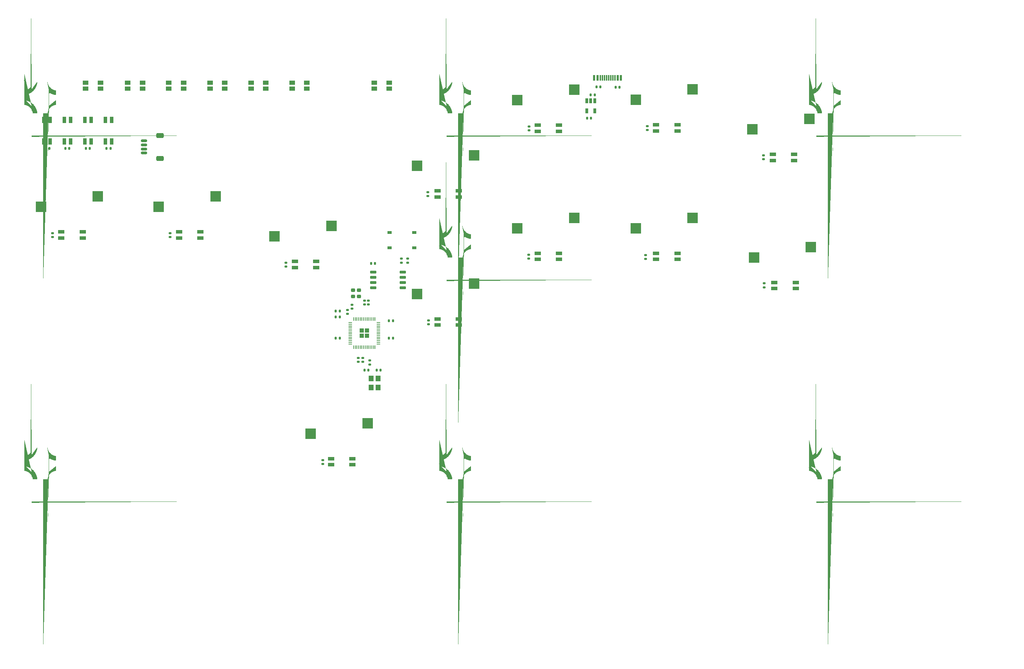
<source format=gbp>
G04 #@! TF.GenerationSoftware,KiCad,Pcbnew,(6.0.0)*
G04 #@! TF.CreationDate,2022-01-07T15:37:39-06:00*
G04 #@! TF.ProjectId,2.0,322e302e-6b69-4636-9164-5f7063625858,2.0*
G04 #@! TF.SameCoordinates,Original*
G04 #@! TF.FileFunction,Paste,Bot*
G04 #@! TF.FilePolarity,Positive*
%FSLAX46Y46*%
G04 Gerber Fmt 4.6, Leading zero omitted, Abs format (unit mm)*
G04 Created by KiCad (PCBNEW (6.0.0)) date 2022-01-07 15:37:39*
%MOMM*%
%LPD*%
G01*
G04 APERTURE LIST*
G04 Aperture macros list*
%AMRoundRect*
0 Rectangle with rounded corners*
0 $1 Rounding radius*
0 $2 $3 $4 $5 $6 $7 $8 $9 X,Y pos of 4 corners*
0 Add a 4 corners polygon primitive as box body*
4,1,4,$2,$3,$4,$5,$6,$7,$8,$9,$2,$3,0*
0 Add four circle primitives for the rounded corners*
1,1,$1+$1,$2,$3*
1,1,$1+$1,$4,$5*
1,1,$1+$1,$6,$7*
1,1,$1+$1,$8,$9*
0 Add four rect primitives between the rounded corners*
20,1,$1+$1,$2,$3,$4,$5,0*
20,1,$1+$1,$4,$5,$6,$7,0*
20,1,$1+$1,$6,$7,$8,$9,0*
20,1,$1+$1,$8,$9,$2,$3,0*%
%AMFreePoly0*
4,1,67,1.315140,1.797576,1.324491,1.796590,1.328053,1.793381,1.342819,1.788583,1.360717,1.763948,1.370405,1.755219,1.371785,1.748715,1.379146,1.738583,1.379146,1.714020,1.383232,1.694761,1.331829,1.362831,1.248483,1.037450,1.133980,0.721683,0.989399,0.418506,0.816103,0.130777,0.615724,-0.138793,0.390151,-0.387664,0.141510,-0.613490,-0.127856,-0.814143,-0.415408,-0.987732,
-0.718438,-1.132621,-1.034088,-1.247445,-1.359384,-1.331122,-1.691262,-1.382863,-1.708869,-1.379146,-1.738583,-1.379146,-1.750753,-1.370304,-1.751733,-1.370097,-1.753058,-1.368629,-1.788583,-1.342819,-1.807681,-1.284040,-1.807681,-0.377294,-1.804966,-0.368937,-1.806216,-0.360238,-1.795607,-0.340135,-1.788583,-0.318515,-1.781473,-0.313349,-1.777372,-0.305578,-1.756974,-0.295550,-1.738583,-0.282188,
-1.729795,-0.282188,-1.721909,-0.278311,-1.711100,-0.280182,-1.450995,-0.227145,-1.188915,-0.140896,-0.938669,-0.024699,-0.703666,0.119863,-0.487106,0.290822,-0.291941,0.485848,-0.120828,0.702286,0.023902,0.937186,0.140277,1.187350,0.226712,1.449368,0.279934,1.709434,0.278071,1.720245,0.282188,1.728604,0.282188,1.738583,0.297445,1.759582,0.305378,1.775690,0.311485,1.778907,
0.318515,1.788583,0.348103,1.798197,0.360058,1.804494,0.365199,1.803751,0.377294,1.807681,1.284040,1.807681,1.315140,1.797576,1.315140,1.797576,$1*%
%AMFreePoly1*
4,1,67,1.708869,1.379146,1.738583,1.379146,1.750753,1.370304,1.751733,1.370097,1.753058,1.368629,1.788583,1.342819,1.807681,1.284040,1.807681,0.377294,1.804966,0.368937,1.806216,0.360238,1.795607,0.340135,1.788583,0.318515,1.781473,0.313349,1.777372,0.305578,1.756974,0.295550,1.738583,0.282188,1.729795,0.282188,1.721909,0.278311,1.711100,0.280182,1.450995,0.227145,
1.188915,0.140896,0.938669,0.024699,0.703666,-0.119863,0.487106,-0.290822,0.291941,-0.485848,0.120828,-0.702286,-0.023902,-0.937186,-0.140277,-1.187350,-0.226712,-1.449368,-0.279934,-1.709434,-0.278071,-1.720245,-0.282188,-1.728604,-0.282188,-1.738583,-0.297445,-1.759582,-0.305378,-1.775690,-0.311485,-1.778907,-0.318515,-1.788583,-0.348103,-1.798197,-0.360058,-1.804494,-0.365199,-1.803751,
-0.377294,-1.807681,-1.284040,-1.807681,-1.315140,-1.797576,-1.324491,-1.796590,-1.328053,-1.793381,-1.342819,-1.788583,-1.360717,-1.763948,-1.370405,-1.755219,-1.371785,-1.748715,-1.379146,-1.738583,-1.379146,-1.714020,-1.383232,-1.694761,-1.331829,-1.362831,-1.248483,-1.037450,-1.133980,-0.721683,-0.989399,-0.418506,-0.816103,-0.130777,-0.615724,0.138793,-0.390151,0.387664,-0.141510,0.613490,
0.127856,0.814143,0.415408,0.987732,0.718438,1.132621,1.034088,1.247445,1.359384,1.331122,1.691262,1.382863,1.708869,1.379146,1.708869,1.379146,$1*%
%AMFreePoly2*
4,1,67,-1.362831,1.331829,-1.037450,1.248483,-0.721683,1.133980,-0.418506,0.989399,-0.130777,0.816103,0.138793,0.615724,0.387664,0.390151,0.613490,0.141510,0.814143,-0.127856,0.987732,-0.415408,1.132621,-0.718438,1.247445,-1.034088,1.331122,-1.359384,1.382863,-1.691262,1.379146,-1.708869,1.379146,-1.738583,1.370304,-1.750753,1.370097,-1.751733,1.368629,-1.753058,1.342819,-1.788583,
1.284040,-1.807681,0.377294,-1.807681,0.368937,-1.804966,0.360238,-1.806216,0.340135,-1.795607,0.318515,-1.788583,0.313349,-1.781473,0.305578,-1.777372,0.295550,-1.756974,0.282188,-1.738583,0.282188,-1.729795,0.278311,-1.721909,0.280182,-1.711100,0.227145,-1.450995,0.140896,-1.188915,0.024699,-0.938669,-0.119863,-0.703666,-0.290822,-0.487106,-0.485848,-0.291941,-0.702286,-0.120828,
-0.937186,0.023902,-1.187350,0.140277,-1.449368,0.226712,-1.709434,0.279934,-1.720245,0.278071,-1.728604,0.282188,-1.738583,0.282188,-1.759582,0.297445,-1.775690,0.305378,-1.778907,0.311485,-1.788583,0.318515,-1.798197,0.348103,-1.804494,0.360058,-1.803751,0.365199,-1.807681,0.377294,-1.807681,1.284040,-1.797576,1.315140,-1.796590,1.324491,-1.793381,1.328053,-1.788583,1.342819,
-1.763948,1.360717,-1.755219,1.370405,-1.748715,1.371785,-1.738583,1.379146,-1.714020,1.379146,-1.694761,1.383232,-1.362831,1.331829,-1.362831,1.331829,$1*%
%AMFreePoly3*
4,1,67,-0.368937,1.804966,-0.360238,1.806216,-0.340135,1.795607,-0.318515,1.788583,-0.313349,1.781473,-0.305578,1.777372,-0.295550,1.756974,-0.282188,1.738583,-0.282188,1.729795,-0.278311,1.721909,-0.280182,1.711100,-0.227145,1.450995,-0.140896,1.188915,-0.024699,0.938669,0.119863,0.703666,0.290822,0.487106,0.485848,0.291941,0.702286,0.120828,0.937186,-0.023902,1.187350,-0.140277,
1.449368,-0.226712,1.709434,-0.279934,1.720245,-0.278071,1.728604,-0.282188,1.738583,-0.282188,1.759582,-0.297445,1.775690,-0.305378,1.778907,-0.311485,1.788583,-0.318515,1.798197,-0.348103,1.804494,-0.360058,1.803751,-0.365199,1.807681,-0.377294,1.807681,-1.284040,1.797576,-1.315140,1.796590,-1.324491,1.793381,-1.328053,1.788583,-1.342819,1.763948,-1.360717,1.755219,-1.370405,
1.748715,-1.371785,1.738583,-1.379146,1.714020,-1.379146,1.694761,-1.383232,1.362831,-1.331829,1.037450,-1.248483,0.721683,-1.133980,0.418506,-0.989399,0.130777,-0.816103,-0.138793,-0.615724,-0.387664,-0.390151,-0.613490,-0.141510,-0.814143,0.127856,-0.987732,0.415408,-1.132621,0.718438,-1.247445,1.034088,-1.331122,1.359384,-1.382863,1.691262,-1.379146,1.708869,-1.379146,1.738583,
-1.370304,1.750753,-1.370097,1.751733,-1.368629,1.753058,-1.342819,1.788583,-1.284040,1.807681,-0.377294,1.807681,-0.368937,1.804966,-0.368937,1.804966,$1*%
G04 Aperture macros list end*
%ADD10RoundRect,0.082000X0.718000X-0.328000X0.718000X0.328000X-0.718000X0.328000X-0.718000X-0.328000X0*%
%ADD11R,2.550000X2.500000*%
%ADD12RoundRect,0.082000X-0.328000X-0.718000X0.328000X-0.718000X0.328000X0.718000X-0.328000X0.718000X0*%
%ADD13RoundRect,0.140000X-0.140000X-0.170000X0.140000X-0.170000X0.140000X0.170000X-0.140000X0.170000X0*%
%ADD14RoundRect,0.147500X0.172500X-0.147500X0.172500X0.147500X-0.172500X0.147500X-0.172500X-0.147500X0*%
%ADD15RoundRect,0.147500X-0.147500X-0.172500X0.147500X-0.172500X0.147500X0.172500X-0.147500X0.172500X0*%
%ADD16RoundRect,0.147500X-0.172500X0.147500X-0.172500X-0.147500X0.172500X-0.147500X0.172500X0.147500X0*%
%ADD17RoundRect,0.150000X0.650000X0.150000X-0.650000X0.150000X-0.650000X-0.150000X0.650000X-0.150000X0*%
%ADD18RoundRect,0.147500X0.147500X0.172500X-0.147500X0.172500X-0.147500X-0.172500X0.147500X-0.172500X0*%
%ADD19RoundRect,0.225000X-0.250000X0.225000X-0.250000X-0.225000X0.250000X-0.225000X0.250000X0.225000X0*%
%ADD20RoundRect,0.140000X0.140000X0.170000X-0.140000X0.170000X-0.140000X-0.170000X0.140000X-0.170000X0*%
%ADD21RoundRect,0.250000X0.292217X0.292217X-0.292217X0.292217X-0.292217X-0.292217X0.292217X-0.292217X0*%
%ADD22RoundRect,0.050000X0.387500X0.050000X-0.387500X0.050000X-0.387500X-0.050000X0.387500X-0.050000X0*%
%ADD23RoundRect,0.050000X0.050000X0.387500X-0.050000X0.387500X-0.050000X-0.387500X0.050000X-0.387500X0*%
%ADD24RoundRect,0.140000X0.170000X-0.140000X0.170000X0.140000X-0.170000X0.140000X-0.170000X-0.140000X0*%
%ADD25FreePoly0,180.000000*%
%ADD26FreePoly1,180.000000*%
%ADD27FreePoly2,180.000000*%
%ADD28FreePoly3,180.000000*%
%ADD29R,1.400000X1.050000*%
%ADD30R,1.000000X0.750000*%
%ADD31RoundRect,0.052000X-0.273000X0.558000X-0.273000X-0.558000X0.273000X-0.558000X0.273000X0.558000X0*%
%ADD32RoundRect,0.150000X-0.625000X0.150000X-0.625000X-0.150000X0.625000X-0.150000X0.625000X0.150000X0*%
%ADD33RoundRect,0.250000X-0.650000X0.350000X-0.650000X-0.350000X0.650000X-0.350000X0.650000X0.350000X0*%
%ADD34R,0.600000X1.450000*%
%ADD35R,0.300000X1.450000*%
%ADD36R,1.200000X1.400000*%
G04 APERTURE END LIST*
D10*
G04 #@! TO.C,D7*
X242885000Y-84510001D03*
X242885000Y-83010001D03*
X237685000Y-83010001D03*
X237685000Y-84510001D03*
G04 #@! TD*
G04 #@! TO.C,D4*
X97955000Y-72210001D03*
X97955000Y-70710001D03*
X92755000Y-70710001D03*
X92755000Y-72210001D03*
G04 #@! TD*
G04 #@! TO.C,D1*
X160885000Y-93410001D03*
X160885000Y-91910001D03*
X155685000Y-91910001D03*
X155685000Y-93410001D03*
G04 #@! TD*
D11*
G04 #@! TO.C,SW14*
X217775000Y-67280000D03*
X203925000Y-69820000D03*
G04 #@! TD*
D10*
G04 #@! TO.C,D2*
X69320000Y-72210001D03*
X69320000Y-70710001D03*
X64120000Y-70710001D03*
X64120000Y-72210001D03*
G04 #@! TD*
D11*
G04 #@! TO.C,SW20*
X138680000Y-117310000D03*
X124830000Y-119850000D03*
G04 #@! TD*
D10*
G04 #@! TO.C,D12*
X185285000Y-46210001D03*
X185285000Y-44710001D03*
X180085000Y-44710001D03*
X180085000Y-46210001D03*
G04 #@! TD*
D12*
G04 #@! TO.C,D15*
X74879999Y-48660000D03*
X76379999Y-48660000D03*
X76379999Y-43460000D03*
X74879999Y-43460000D03*
G04 #@! TD*
D10*
G04 #@! TO.C,D14*
X214085000Y-46110001D03*
X214085000Y-44610001D03*
X208885000Y-44610001D03*
X208885000Y-46110001D03*
G04 #@! TD*
D11*
G04 #@! TO.C,SW2*
X164575000Y-52080000D03*
X150725000Y-54620000D03*
G04 #@! TD*
G04 #@! TO.C,SW18*
X246575000Y-74380000D03*
X232725000Y-76920000D03*
G04 #@! TD*
G04 #@! TO.C,SW4*
X164575000Y-83280000D03*
X150725000Y-85820000D03*
G04 #@! TD*
G04 #@! TO.C,SW12*
X129880000Y-69280000D03*
X116030000Y-71820000D03*
G04 #@! TD*
G04 #@! TO.C,SW7*
X101645000Y-62080000D03*
X87795000Y-64620000D03*
G04 #@! TD*
D10*
G04 #@! TO.C,D8*
X134990000Y-127440001D03*
X134990000Y-125940001D03*
X129790000Y-125940001D03*
X129790000Y-127440001D03*
G04 #@! TD*
G04 #@! TO.C,D5*
X214085000Y-77410001D03*
X214085000Y-75910001D03*
X208885000Y-75910001D03*
X208885000Y-77410001D03*
G04 #@! TD*
G04 #@! TO.C,D3*
X185285000Y-77410001D03*
X185285000Y-75910001D03*
X180085000Y-75910001D03*
X180085000Y-77410001D03*
G04 #@! TD*
D11*
G04 #@! TO.C,SW3*
X73010000Y-62080000D03*
X59160000Y-64620000D03*
G04 #@! TD*
D10*
G04 #@! TO.C,D6*
X126190000Y-79410001D03*
X126190000Y-77910001D03*
X120990000Y-77910001D03*
X120990000Y-79410001D03*
G04 #@! TD*
D11*
G04 #@! TO.C,SW8*
X188975000Y-36080000D03*
X175125000Y-38620000D03*
G04 #@! TD*
D10*
G04 #@! TO.C,D10*
X160885000Y-62210001D03*
X160885000Y-60710001D03*
X155685000Y-60710001D03*
X155685000Y-62210001D03*
G04 #@! TD*
G04 #@! TO.C,D16*
X242485000Y-53310001D03*
X242485000Y-51810001D03*
X237285000Y-51810001D03*
X237285000Y-53310001D03*
G04 #@! TD*
D12*
G04 #@! TO.C,D11*
X64879999Y-48660000D03*
X66379999Y-48660000D03*
X66379999Y-43460000D03*
X64879999Y-43460000D03*
G04 #@! TD*
D11*
G04 #@! TO.C,SW17*
X246175000Y-43180000D03*
X232325000Y-45720000D03*
G04 #@! TD*
D12*
G04 #@! TO.C,D13*
X69879999Y-48660000D03*
X71379999Y-48660000D03*
X71379999Y-43460000D03*
X69879999Y-43460000D03*
G04 #@! TD*
G04 #@! TO.C,D9*
X59879999Y-48660000D03*
X61379999Y-48660000D03*
X61379999Y-43460000D03*
X59879999Y-43460000D03*
G04 #@! TD*
D11*
G04 #@! TO.C,SW13*
X217775000Y-35980000D03*
X203925000Y-38520000D03*
G04 #@! TD*
G04 #@! TO.C,SW9*
X188975000Y-67280000D03*
X175125000Y-69820000D03*
G04 #@! TD*
D13*
G04 #@! TO.C,C4*
X192090000Y-43000000D03*
X193050000Y-43000000D03*
G04 #@! TD*
D14*
G04 #@! TO.C,C10*
X133790000Y-90700000D03*
X133790000Y-89730000D03*
G04 #@! TD*
G04 #@! TO.C,C8*
X134880000Y-89400000D03*
X134880000Y-88430000D03*
G04 #@! TD*
D15*
G04 #@! TO.C,C13*
X143880000Y-96600000D03*
X144850000Y-96600000D03*
G04 #@! TD*
G04 #@! TO.C,C5*
X139530000Y-78400000D03*
X140500000Y-78400000D03*
G04 #@! TD*
D16*
G04 #@! TO.C,R2*
X148380000Y-77230000D03*
X148380000Y-78200000D03*
G04 #@! TD*
D17*
G04 #@! TO.C,U2*
X147200000Y-80495000D03*
X147200000Y-81765000D03*
X147200000Y-83035000D03*
X147200000Y-84305000D03*
X140000000Y-84305000D03*
X140000000Y-83035000D03*
X140000000Y-81765000D03*
X140000000Y-80495000D03*
G04 #@! TD*
D18*
G04 #@! TO.C,C3*
X138880000Y-104400000D03*
X137910000Y-104400000D03*
G04 #@! TD*
D14*
G04 #@! TO.C,R1*
X146880000Y-78200000D03*
X146880000Y-77230000D03*
G04 #@! TD*
G04 #@! TO.C,C9*
X137880000Y-88400000D03*
X137880000Y-87430000D03*
G04 #@! TD*
D18*
G04 #@! TO.C,C12*
X131880000Y-96600000D03*
X130910000Y-96600000D03*
G04 #@! TD*
D16*
G04 #@! TO.C,C14*
X137499000Y-101400000D03*
X137499000Y-102370000D03*
G04 #@! TD*
D19*
G04 #@! TO.C,R3*
X136590000Y-84925000D03*
X136590000Y-86475000D03*
G04 #@! TD*
D16*
G04 #@! TO.C,C7*
X136380000Y-101400000D03*
X136380000Y-102370000D03*
G04 #@! TD*
D20*
G04 #@! TO.C,C1*
X193950000Y-37300000D03*
X192990000Y-37300000D03*
G04 #@! TD*
D15*
G04 #@! TO.C,C11*
X143880000Y-92400000D03*
X144850000Y-92400000D03*
G04 #@! TD*
D18*
G04 #@! TO.C,C16*
X131880000Y-90000000D03*
X130910000Y-90000000D03*
G04 #@! TD*
D21*
G04 #@! TO.C,U3*
X137242500Y-96037500D03*
X138517500Y-96037500D03*
X138517500Y-94762500D03*
X137242500Y-94762500D03*
D22*
X141317500Y-92800000D03*
X141317500Y-93200000D03*
X141317500Y-93600000D03*
X141317500Y-94000000D03*
X141317500Y-94400000D03*
X141317500Y-94800000D03*
X141317500Y-95200000D03*
X141317500Y-95600000D03*
X141317500Y-96000000D03*
X141317500Y-96400000D03*
X141317500Y-96800000D03*
X141317500Y-97200000D03*
X141317500Y-97600000D03*
X141317500Y-98000000D03*
D23*
X140480000Y-98837500D03*
X140080000Y-98837500D03*
X139680000Y-98837500D03*
X139280000Y-98837500D03*
X138880000Y-98837500D03*
X138480000Y-98837500D03*
X138080000Y-98837500D03*
X137680000Y-98837500D03*
X137280000Y-98837500D03*
X136880000Y-98837500D03*
X136480000Y-98837500D03*
X136080000Y-98837500D03*
X135680000Y-98837500D03*
X135280000Y-98837500D03*
D22*
X134442500Y-98000000D03*
X134442500Y-97600000D03*
X134442500Y-97200000D03*
X134442500Y-96800000D03*
X134442500Y-96400000D03*
X134442500Y-96000000D03*
X134442500Y-95600000D03*
X134442500Y-95200000D03*
X134442500Y-94800000D03*
X134442500Y-94400000D03*
X134442500Y-94000000D03*
X134442500Y-93600000D03*
X134442500Y-93200000D03*
X134442500Y-92800000D03*
D23*
X135280000Y-91962500D03*
X135680000Y-91962500D03*
X136080000Y-91962500D03*
X136480000Y-91962500D03*
X136880000Y-91962500D03*
X137280000Y-91962500D03*
X137680000Y-91962500D03*
X138080000Y-91962500D03*
X138480000Y-91962500D03*
X138880000Y-91962500D03*
X139280000Y-91962500D03*
X139680000Y-91962500D03*
X140080000Y-91962500D03*
X140480000Y-91962500D03*
G04 #@! TD*
D15*
G04 #@! TO.C,C2*
X140880000Y-104400000D03*
X141850000Y-104400000D03*
G04 #@! TD*
D19*
G04 #@! TO.C,R4*
X135090000Y-84925000D03*
X135090000Y-86475000D03*
G04 #@! TD*
D14*
G04 #@! TO.C,C6*
X138880000Y-88400000D03*
X138880000Y-87430000D03*
G04 #@! TD*
D18*
G04 #@! TO.C,C15*
X131880000Y-91400000D03*
X130910000Y-91400000D03*
G04 #@! TD*
D16*
G04 #@! TO.C,R5*
X139180000Y-102030000D03*
X139180000Y-103000000D03*
G04 #@! TD*
D24*
G04 #@! TO.C,C19*
X90590000Y-71960000D03*
X90590000Y-71000000D03*
G04 #@! TD*
D13*
G04 #@! TO.C,C21*
X60210000Y-50400000D03*
X61170000Y-50400000D03*
G04 #@! TD*
G04 #@! TO.C,C23*
X70110000Y-50400000D03*
X71070000Y-50400000D03*
G04 #@! TD*
D25*
G04 #@! TO.C,H2*
X56932319Y-125042319D03*
D26*
X61047681Y-129157681D03*
D27*
X56932319Y-129157681D03*
D28*
X61047681Y-125042319D03*
G04 #@! TD*
D29*
G04 #@! TO.C,SW15*
X93890000Y-34375000D03*
X93890000Y-35825000D03*
X90290000Y-35825000D03*
X90290000Y-34375000D03*
G04 #@! TD*
D24*
G04 #@! TO.C,C20*
X177890000Y-77200000D03*
X177890000Y-76240000D03*
G04 #@! TD*
D26*
G04 #@! TO.C,H3*
X162057681Y-40057681D03*
D27*
X157942319Y-40057681D03*
D25*
X157942319Y-35942319D03*
D28*
X162057681Y-35942319D03*
G04 #@! TD*
D30*
G04 #@! TO.C,SW1*
X149990000Y-70825000D03*
X143990000Y-70825000D03*
X149990000Y-74575000D03*
X143990000Y-74575000D03*
G04 #@! TD*
D29*
G04 #@! TO.C,SW6*
X113890000Y-34375000D03*
X113890000Y-35825000D03*
X110290000Y-35825000D03*
X110290000Y-34375000D03*
G04 #@! TD*
G04 #@! TO.C,SW16*
X143890000Y-34375000D03*
X143890000Y-35825000D03*
X140290000Y-35825000D03*
X140290000Y-34375000D03*
G04 #@! TD*
D31*
G04 #@! TO.C,U1*
X192050000Y-38755000D03*
X192990000Y-38755000D03*
X193930000Y-38755000D03*
X193930000Y-41245000D03*
X192050000Y-41245000D03*
G04 #@! TD*
D24*
G04 #@! TO.C,C27*
X61990000Y-71980000D03*
X61990000Y-71020000D03*
G04 #@! TD*
G04 #@! TO.C,C17*
X235190000Y-84200000D03*
X235190000Y-83240000D03*
G04 #@! TD*
G04 #@! TO.C,C29*
X206290000Y-77280000D03*
X206290000Y-76320000D03*
G04 #@! TD*
G04 #@! TO.C,C25*
X127790000Y-127260000D03*
X127790000Y-126300000D03*
G04 #@! TD*
D28*
G04 #@! TO.C,H1*
X252047681Y-125042319D03*
D27*
X247932319Y-129157681D03*
D26*
X252047681Y-129157681D03*
D25*
X247932319Y-125042319D03*
G04 #@! TD*
D13*
G04 #@! TO.C,C18*
X75110000Y-50400000D03*
X76070000Y-50400000D03*
G04 #@! TD*
D24*
G04 #@! TO.C,C22*
X206790000Y-45880000D03*
X206790000Y-44920000D03*
G04 #@! TD*
D25*
G04 #@! TO.C,H5*
X247932319Y-35942319D03*
D27*
X247932319Y-40057681D03*
D26*
X252047681Y-40057681D03*
D28*
X252047681Y-35942319D03*
G04 #@! TD*
D24*
G04 #@! TO.C,C32*
X234990000Y-53000000D03*
X234990000Y-52040000D03*
G04 #@! TD*
G04 #@! TO.C,C30*
X118790000Y-79180000D03*
X118790000Y-78220000D03*
G04 #@! TD*
D13*
G04 #@! TO.C,R7*
X194390000Y-35400000D03*
X195350000Y-35400000D03*
G04 #@! TD*
D24*
G04 #@! TO.C,C31*
X177990000Y-45960000D03*
X177990000Y-45000000D03*
G04 #@! TD*
G04 #@! TO.C,C28*
X153290000Y-62000000D03*
X153290000Y-61040000D03*
G04 #@! TD*
D32*
G04 #@! TO.C,Stemma QT*
X84280000Y-48510000D03*
X84280000Y-49510000D03*
X84280000Y-50510000D03*
X84280000Y-51510000D03*
D33*
X88155000Y-47210000D03*
X88155000Y-52810000D03*
G04 #@! TD*
D13*
G04 #@! TO.C,C24*
X65110000Y-50400000D03*
X66070000Y-50400000D03*
G04 #@! TD*
D25*
G04 #@! TO.C,H7*
X157942319Y-125042319D03*
D28*
X162057681Y-125042319D03*
D26*
X162057681Y-129157681D03*
D27*
X157942319Y-129157681D03*
G04 #@! TD*
D29*
G04 #@! TO.C,SW11*
X123890000Y-34375000D03*
X123890000Y-35825000D03*
X120290000Y-35825000D03*
X120290000Y-34375000D03*
G04 #@! TD*
D25*
G04 #@! TO.C,H6*
X157942319Y-71042319D03*
D28*
X162057681Y-71042319D03*
D26*
X162057681Y-75157681D03*
D27*
X157942319Y-75157681D03*
G04 #@! TD*
D29*
G04 #@! TO.C,SW5*
X73640000Y-34375000D03*
X73640000Y-35825000D03*
X70040000Y-35825000D03*
X70040000Y-34375000D03*
G04 #@! TD*
D34*
G04 #@! TO.C,J1*
X193840000Y-33145000D03*
X194640000Y-33145000D03*
D35*
X195840000Y-33145000D03*
X196840000Y-33145000D03*
X197340000Y-33145000D03*
X198340000Y-33145000D03*
D34*
X199540000Y-33145000D03*
X200340000Y-33145000D03*
X200340000Y-33145000D03*
X199540000Y-33145000D03*
D35*
X198840000Y-33145000D03*
X197840000Y-33145000D03*
X196340000Y-33145000D03*
X195340000Y-33145000D03*
D34*
X194640000Y-33145000D03*
X193840000Y-33145000D03*
G04 #@! TD*
D27*
G04 #@! TO.C,H4*
X56932319Y-40057681D03*
D28*
X61047681Y-35942319D03*
D26*
X61047681Y-40057681D03*
D25*
X56932319Y-35942319D03*
G04 #@! TD*
D24*
G04 #@! TO.C,C26*
X153490000Y-93200000D03*
X153490000Y-92240000D03*
G04 #@! TD*
D29*
G04 #@! TO.C,SW10*
X83890000Y-34375000D03*
X83890000Y-35825000D03*
X80290000Y-35825000D03*
X80290000Y-34375000D03*
G04 #@! TD*
D36*
G04 #@! TO.C,Y1*
X139545000Y-108600000D03*
X139545000Y-106400000D03*
X141245000Y-106400000D03*
X141245000Y-108600000D03*
G04 #@! TD*
D20*
G04 #@! TO.C,R6*
X199990000Y-35500000D03*
X199030000Y-35500000D03*
G04 #@! TD*
D29*
G04 #@! TO.C,SW19*
X103890000Y-34375000D03*
X103890000Y-35825000D03*
X100290000Y-35825000D03*
X100290000Y-34375000D03*
G04 #@! TD*
M02*

</source>
